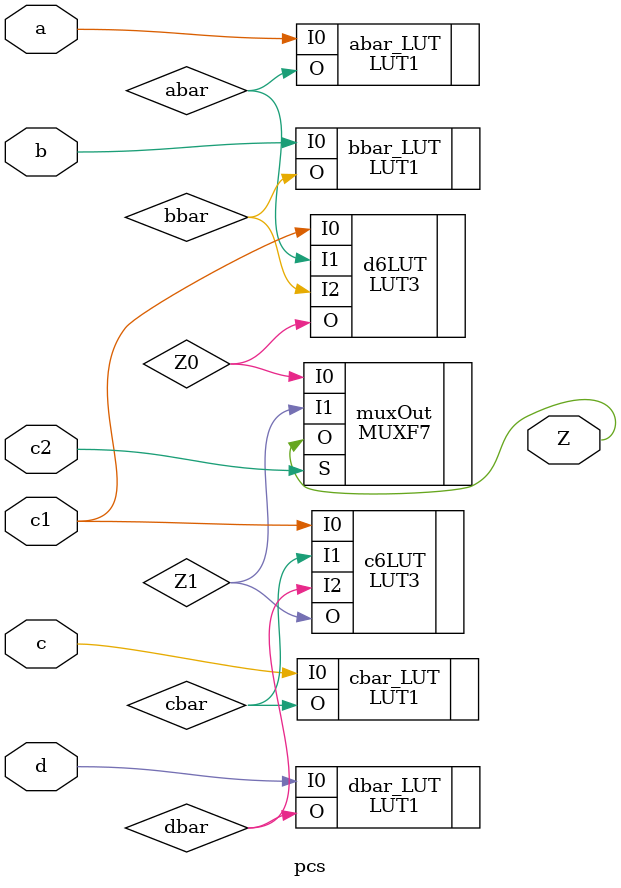
<source format=v>
`timescale 1ns / 1ps
(* keep_hierarchy = "yes" *) 
module pcs(
    a, b, c, d, Z, c1, c2
    );
    
    input wire a, b, c, d, c1, c2;
    output wire Z;
    
    wire abar, bbar, cbar, dbar;
    wire Z0, Z1;
    
  (* DONT_TOUCH = "true" *) (* LOCK_PINS = "I0:A6" *) LUT1 #(.INIT(2'b01)) abar_LUT (.O(abar), .I0(a));
  (* DONT_TOUCH = "true" *) (* LOCK_PINS = "I0:A6" *) LUT1 #(.INIT(2'b01)) bbar_LUT (.O(bbar), .I0(b));
  (* DONT_TOUCH = "true" *) (* LOCK_PINS = "I0:A6" *) LUT1 #(.INIT(2'b01)) cbar_LUT (.O(cbar), .I0(c));
  (* DONT_TOUCH = "true" *) (* LOCK_PINS = "I0:A6" *) LUT1 #(.INIT(2'b01)) dbar_LUT (.O(dbar), .I0(d));

    /*
        a   b   c   Z0
        0   0   0   0
        0   0   1   0
        0   1   0   0
        0   1   1   1
        1   0   0   1
        1   0   1   0  
        1   1   0   1
        1   1   1   1
    */
  (* DONT_TOUCH = "true" *) (* LOCK_PINS = "I0:A4,I1:A5,I2:A6" *) LUT3 #(.INIT(8'hd8)) d6LUT (.O(Z0), .I0(c1), .I1(abar), .I2(bbar));
  (* DONT_TOUCH = "true" *) (* LOCK_PINS = "I0:A4,I1:A5,I2:A6" *) LUT3 #(.INIT(8'hd8)) c6LUT (.O(Z1), .I0(c1), .I1(cbar), .I2(dbar));

   MUXF7 muxOut (
      .O(Z),    // Output of MUX to general routing
      .I0(Z0),  // Input (tie to LUT6 O6 pin)
      .I1(Z1),  // Input (tie to LUT6 O6 pin)
      .S(c2)     // Input select to MUX
   );
       
endmodule

</source>
